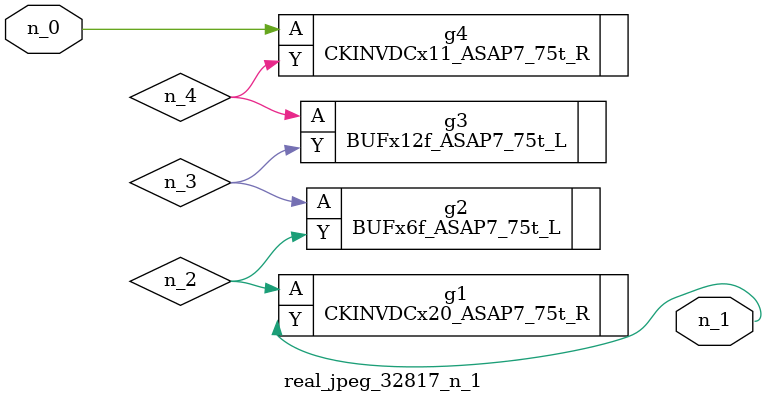
<source format=v>
module real_jpeg_32817_n_1 (n_0, n_1);

input n_0;

output n_1;

wire n_3;
wire n_4;
wire n_2;

CKINVDCx11_ASAP7_75t_R g4 ( 
.A(n_0),
.Y(n_4)
);

CKINVDCx20_ASAP7_75t_R g1 ( 
.A(n_2),
.Y(n_1)
);

BUFx6f_ASAP7_75t_L g2 ( 
.A(n_3),
.Y(n_2)
);

BUFx12f_ASAP7_75t_L g3 ( 
.A(n_4),
.Y(n_3)
);


endmodule
</source>
